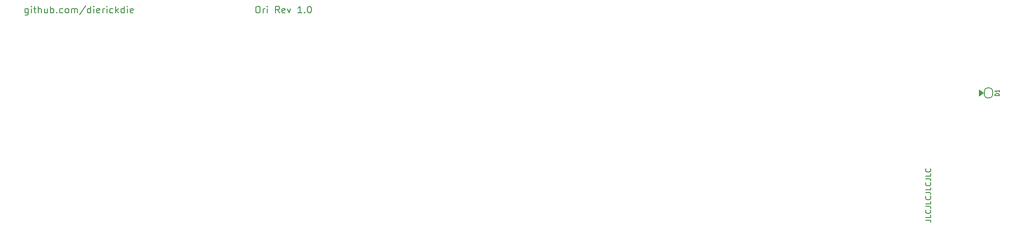
<source format=gbr>
G04 #@! TF.GenerationSoftware,KiCad,Pcbnew,(5.1.10-1-10_14)*
G04 #@! TF.CreationDate,2021-08-09T18:52:42-05:00*
G04 #@! TF.ProjectId,ori_bottom_plate,6f72695f-626f-4747-946f-6d5f706c6174,rev?*
G04 #@! TF.SameCoordinates,Original*
G04 #@! TF.FileFunction,Legend,Top*
G04 #@! TF.FilePolarity,Positive*
%FSLAX46Y46*%
G04 Gerber Fmt 4.6, Leading zero omitted, Abs format (unit mm)*
G04 Created by KiCad (PCBNEW (5.1.10-1-10_14)) date 2021-08-09 18:52:42*
%MOMM*%
%LPD*%
G01*
G04 APERTURE LIST*
%ADD10C,0.150000*%
%ADD11C,0.200000*%
%ADD12C,0.100000*%
G04 APERTURE END LIST*
D10*
X379288374Y-83187967D02*
X380002660Y-83187967D01*
X380145517Y-83235586D01*
X380240755Y-83330824D01*
X380288374Y-83473681D01*
X380288374Y-83568920D01*
X380288374Y-82235586D02*
X380288374Y-82711777D01*
X379288374Y-82711777D01*
X380193136Y-81330824D02*
X380240755Y-81378443D01*
X380288374Y-81521300D01*
X380288374Y-81616539D01*
X380240755Y-81759396D01*
X380145517Y-81854634D01*
X380050279Y-81902253D01*
X379859803Y-81949872D01*
X379716946Y-81949872D01*
X379526470Y-81902253D01*
X379431232Y-81854634D01*
X379335994Y-81759396D01*
X379288374Y-81616539D01*
X379288374Y-81521300D01*
X379335994Y-81378443D01*
X379383613Y-81330824D01*
X379288374Y-80616539D02*
X380002660Y-80616539D01*
X380145517Y-80664158D01*
X380240755Y-80759396D01*
X380288374Y-80902253D01*
X380288374Y-80997491D01*
X380288374Y-79664158D02*
X380288374Y-80140348D01*
X379288374Y-80140348D01*
X380193136Y-78759396D02*
X380240755Y-78807015D01*
X380288374Y-78949872D01*
X380288374Y-79045110D01*
X380240755Y-79187967D01*
X380145517Y-79283205D01*
X380050279Y-79330824D01*
X379859803Y-79378443D01*
X379716946Y-79378443D01*
X379526470Y-79330824D01*
X379431232Y-79283205D01*
X379335994Y-79187967D01*
X379288374Y-79045110D01*
X379288374Y-78949872D01*
X379335994Y-78807015D01*
X379383613Y-78759396D01*
X379288374Y-78045110D02*
X380002660Y-78045110D01*
X380145517Y-78092729D01*
X380240755Y-78187967D01*
X380288374Y-78330824D01*
X380288374Y-78426062D01*
X380288374Y-77092729D02*
X380288374Y-77568920D01*
X379288374Y-77568920D01*
X380193136Y-76187967D02*
X380240755Y-76235586D01*
X380288374Y-76378443D01*
X380288374Y-76473681D01*
X380240755Y-76616539D01*
X380145517Y-76711777D01*
X380050279Y-76759396D01*
X379859803Y-76807015D01*
X379716946Y-76807015D01*
X379526470Y-76759396D01*
X379431232Y-76711777D01*
X379335994Y-76616539D01*
X379288374Y-76473681D01*
X379288374Y-76378443D01*
X379335994Y-76235586D01*
X379383613Y-76187967D01*
X379288374Y-75473681D02*
X380002660Y-75473681D01*
X380145517Y-75521300D01*
X380240755Y-75616539D01*
X380288374Y-75759396D01*
X380288374Y-75854634D01*
X380288374Y-74521300D02*
X380288374Y-74997491D01*
X379288374Y-74997491D01*
X380193136Y-73616539D02*
X380240755Y-73664158D01*
X380288374Y-73807015D01*
X380288374Y-73902253D01*
X380240755Y-74045110D01*
X380145517Y-74140348D01*
X380050279Y-74187967D01*
X379859803Y-74235586D01*
X379716946Y-74235586D01*
X379526470Y-74187967D01*
X379431232Y-74140348D01*
X379335994Y-74045110D01*
X379288374Y-73902253D01*
X379288374Y-73807015D01*
X379335994Y-73664158D01*
X379383613Y-73616539D01*
D11*
X212425368Y-43812026D02*
X212425368Y-44823931D01*
X212365844Y-44942979D01*
X212306320Y-45002503D01*
X212187273Y-45062026D01*
X212008701Y-45062026D01*
X211889654Y-45002503D01*
X212425368Y-44585836D02*
X212306320Y-44645360D01*
X212068225Y-44645360D01*
X211949177Y-44585836D01*
X211889654Y-44526312D01*
X211830130Y-44407264D01*
X211830130Y-44050122D01*
X211889654Y-43931074D01*
X211949177Y-43871550D01*
X212068225Y-43812026D01*
X212306320Y-43812026D01*
X212425368Y-43871550D01*
X213020606Y-44645360D02*
X213020606Y-43812026D01*
X213020606Y-43395360D02*
X212961082Y-43454884D01*
X213020606Y-43514407D01*
X213080130Y-43454884D01*
X213020606Y-43395360D01*
X213020606Y-43514407D01*
X213437273Y-43812026D02*
X213913463Y-43812026D01*
X213615844Y-43395360D02*
X213615844Y-44466788D01*
X213675368Y-44585836D01*
X213794416Y-44645360D01*
X213913463Y-44645360D01*
X214330130Y-44645360D02*
X214330130Y-43395360D01*
X214865844Y-44645360D02*
X214865844Y-43990598D01*
X214806320Y-43871550D01*
X214687273Y-43812026D01*
X214508701Y-43812026D01*
X214389654Y-43871550D01*
X214330130Y-43931074D01*
X215996796Y-43812026D02*
X215996796Y-44645360D01*
X215461082Y-43812026D02*
X215461082Y-44466788D01*
X215520606Y-44585836D01*
X215639654Y-44645360D01*
X215818225Y-44645360D01*
X215937273Y-44585836D01*
X215996796Y-44526312D01*
X216592035Y-44645360D02*
X216592035Y-43395360D01*
X216592035Y-43871550D02*
X216711082Y-43812026D01*
X216949177Y-43812026D01*
X217068225Y-43871550D01*
X217127749Y-43931074D01*
X217187273Y-44050122D01*
X217187273Y-44407264D01*
X217127749Y-44526312D01*
X217068225Y-44585836D01*
X216949177Y-44645360D01*
X216711082Y-44645360D01*
X216592035Y-44585836D01*
X217722987Y-44526312D02*
X217782511Y-44585836D01*
X217722987Y-44645360D01*
X217663463Y-44585836D01*
X217722987Y-44526312D01*
X217722987Y-44645360D01*
X218853939Y-44585836D02*
X218734892Y-44645360D01*
X218496796Y-44645360D01*
X218377749Y-44585836D01*
X218318225Y-44526312D01*
X218258701Y-44407264D01*
X218258701Y-44050122D01*
X218318225Y-43931074D01*
X218377749Y-43871550D01*
X218496796Y-43812026D01*
X218734892Y-43812026D01*
X218853939Y-43871550D01*
X219568225Y-44645360D02*
X219449177Y-44585836D01*
X219389654Y-44526312D01*
X219330130Y-44407264D01*
X219330130Y-44050122D01*
X219389654Y-43931074D01*
X219449177Y-43871550D01*
X219568225Y-43812026D01*
X219746796Y-43812026D01*
X219865844Y-43871550D01*
X219925368Y-43931074D01*
X219984892Y-44050122D01*
X219984892Y-44407264D01*
X219925368Y-44526312D01*
X219865844Y-44585836D01*
X219746796Y-44645360D01*
X219568225Y-44645360D01*
X220520606Y-44645360D02*
X220520606Y-43812026D01*
X220520606Y-43931074D02*
X220580130Y-43871550D01*
X220699177Y-43812026D01*
X220877749Y-43812026D01*
X220996796Y-43871550D01*
X221056320Y-43990598D01*
X221056320Y-44645360D01*
X221056320Y-43990598D02*
X221115844Y-43871550D01*
X221234892Y-43812026D01*
X221413463Y-43812026D01*
X221532511Y-43871550D01*
X221592035Y-43990598D01*
X221592035Y-44645360D01*
X223080130Y-43335836D02*
X222008701Y-44942979D01*
X224032511Y-44645360D02*
X224032511Y-43395360D01*
X224032511Y-44585836D02*
X223913463Y-44645360D01*
X223675368Y-44645360D01*
X223556320Y-44585836D01*
X223496796Y-44526312D01*
X223437273Y-44407264D01*
X223437273Y-44050122D01*
X223496796Y-43931074D01*
X223556320Y-43871550D01*
X223675368Y-43812026D01*
X223913463Y-43812026D01*
X224032511Y-43871550D01*
X224627749Y-44645360D02*
X224627749Y-43812026D01*
X224627749Y-43395360D02*
X224568225Y-43454884D01*
X224627749Y-43514407D01*
X224687273Y-43454884D01*
X224627749Y-43395360D01*
X224627749Y-43514407D01*
X225699177Y-44585836D02*
X225580130Y-44645360D01*
X225342035Y-44645360D01*
X225222987Y-44585836D01*
X225163463Y-44466788D01*
X225163463Y-43990598D01*
X225222987Y-43871550D01*
X225342035Y-43812026D01*
X225580130Y-43812026D01*
X225699177Y-43871550D01*
X225758701Y-43990598D01*
X225758701Y-44109645D01*
X225163463Y-44228693D01*
X226294416Y-44645360D02*
X226294416Y-43812026D01*
X226294416Y-44050122D02*
X226353939Y-43931074D01*
X226413463Y-43871550D01*
X226532511Y-43812026D01*
X226651558Y-43812026D01*
X227068225Y-44645360D02*
X227068225Y-43812026D01*
X227068225Y-43395360D02*
X227008701Y-43454884D01*
X227068225Y-43514407D01*
X227127749Y-43454884D01*
X227068225Y-43395360D01*
X227068225Y-43514407D01*
X228199177Y-44585836D02*
X228080130Y-44645360D01*
X227842035Y-44645360D01*
X227722987Y-44585836D01*
X227663463Y-44526312D01*
X227603939Y-44407264D01*
X227603939Y-44050122D01*
X227663463Y-43931074D01*
X227722987Y-43871550D01*
X227842035Y-43812026D01*
X228080130Y-43812026D01*
X228199177Y-43871550D01*
X228734892Y-44645360D02*
X228734892Y-43395360D01*
X228853939Y-44169169D02*
X229211082Y-44645360D01*
X229211082Y-43812026D02*
X228734892Y-44288217D01*
X230282511Y-44645360D02*
X230282511Y-43395360D01*
X230282511Y-44585836D02*
X230163463Y-44645360D01*
X229925368Y-44645360D01*
X229806320Y-44585836D01*
X229746796Y-44526312D01*
X229687273Y-44407264D01*
X229687273Y-44050122D01*
X229746796Y-43931074D01*
X229806320Y-43871550D01*
X229925368Y-43812026D01*
X230163463Y-43812026D01*
X230282511Y-43871550D01*
X230877749Y-44645360D02*
X230877749Y-43812026D01*
X230877749Y-43395360D02*
X230818225Y-43454884D01*
X230877749Y-43514407D01*
X230937273Y-43454884D01*
X230877749Y-43395360D01*
X230877749Y-43514407D01*
X231949177Y-44585836D02*
X231830130Y-44645360D01*
X231592035Y-44645360D01*
X231472987Y-44585836D01*
X231413463Y-44466788D01*
X231413463Y-43990598D01*
X231472987Y-43871550D01*
X231592035Y-43812026D01*
X231830130Y-43812026D01*
X231949177Y-43871550D01*
X232008701Y-43990598D01*
X232008701Y-44109645D01*
X231413463Y-44228693D01*
X255038363Y-43395360D02*
X255276458Y-43395360D01*
X255395506Y-43454884D01*
X255514554Y-43573931D01*
X255574077Y-43812026D01*
X255574077Y-44228693D01*
X255514554Y-44466788D01*
X255395506Y-44585836D01*
X255276458Y-44645360D01*
X255038363Y-44645360D01*
X254919316Y-44585836D01*
X254800268Y-44466788D01*
X254740744Y-44228693D01*
X254740744Y-43812026D01*
X254800268Y-43573931D01*
X254919316Y-43454884D01*
X255038363Y-43395360D01*
X256109792Y-44645360D02*
X256109792Y-43812026D01*
X256109792Y-44050122D02*
X256169316Y-43931074D01*
X256228839Y-43871550D01*
X256347887Y-43812026D01*
X256466935Y-43812026D01*
X256883601Y-44645360D02*
X256883601Y-43812026D01*
X256883601Y-43395360D02*
X256824077Y-43454884D01*
X256883601Y-43514407D01*
X256943125Y-43454884D01*
X256883601Y-43395360D01*
X256883601Y-43514407D01*
X259145506Y-44645360D02*
X258728839Y-44050122D01*
X258431220Y-44645360D02*
X258431220Y-43395360D01*
X258907411Y-43395360D01*
X259026458Y-43454884D01*
X259085982Y-43514407D01*
X259145506Y-43633455D01*
X259145506Y-43812026D01*
X259085982Y-43931074D01*
X259026458Y-43990598D01*
X258907411Y-44050122D01*
X258431220Y-44050122D01*
X260157411Y-44585836D02*
X260038363Y-44645360D01*
X259800268Y-44645360D01*
X259681220Y-44585836D01*
X259621696Y-44466788D01*
X259621696Y-43990598D01*
X259681220Y-43871550D01*
X259800268Y-43812026D01*
X260038363Y-43812026D01*
X260157411Y-43871550D01*
X260216935Y-43990598D01*
X260216935Y-44109645D01*
X259621696Y-44228693D01*
X260633601Y-43812026D02*
X260931220Y-44645360D01*
X261228839Y-43812026D01*
X263312173Y-44645360D02*
X262597887Y-44645360D01*
X262955030Y-44645360D02*
X262955030Y-43395360D01*
X262835982Y-43573931D01*
X262716935Y-43692979D01*
X262597887Y-43752503D01*
X263847887Y-44526312D02*
X263907411Y-44585836D01*
X263847887Y-44645360D01*
X263788363Y-44585836D01*
X263847887Y-44526312D01*
X263847887Y-44645360D01*
X264681220Y-43395360D02*
X264800268Y-43395360D01*
X264919316Y-43454884D01*
X264978839Y-43514407D01*
X265038363Y-43633455D01*
X265097887Y-43871550D01*
X265097887Y-44169169D01*
X265038363Y-44407264D01*
X264978839Y-44526312D01*
X264919316Y-44585836D01*
X264800268Y-44645360D01*
X264681220Y-44645360D01*
X264562173Y-44585836D01*
X264502649Y-44526312D01*
X264443125Y-44407264D01*
X264383601Y-44169169D01*
X264383601Y-43871550D01*
X264443125Y-43633455D01*
X264502649Y-43514407D01*
X264562173Y-43454884D01*
X264681220Y-43395360D01*
D12*
G36*
X390047170Y-59518840D02*
G01*
X389247170Y-60118840D01*
X389247170Y-58918840D01*
X390047170Y-59518840D01*
G37*
X390047170Y-59518840D02*
X389247170Y-60118840D01*
X389247170Y-58918840D01*
X390047170Y-59518840D01*
D11*
X390761408Y-58618840D02*
X391261370Y-58618840D01*
X391761370Y-59918840D02*
X391761370Y-59118840D01*
X391261332Y-60418840D02*
X390761370Y-60418840D01*
X390261370Y-59918840D02*
X390261370Y-59118840D01*
X390261370Y-59118840D02*
G75*
G02*
X390761370Y-58618840I500000J0D01*
G01*
X391261370Y-58618840D02*
G75*
G02*
X391761370Y-59118840I0J-500000D01*
G01*
X391761370Y-59918840D02*
G75*
G02*
X391261370Y-60418840I-500000J0D01*
G01*
X390761370Y-60418840D02*
G75*
G02*
X390261370Y-59918840I0J500000D01*
G01*
D10*
X393025274Y-60035506D02*
X392225274Y-60035506D01*
X392225274Y-59868840D01*
X392263370Y-59768840D01*
X392339560Y-59702173D01*
X392415750Y-59668840D01*
X392568131Y-59635506D01*
X392682417Y-59635506D01*
X392834798Y-59668840D01*
X392910989Y-59702173D01*
X392987179Y-59768840D01*
X393025274Y-59868840D01*
X393025274Y-60035506D01*
X393025274Y-58968840D02*
X393025274Y-59368840D01*
X393025274Y-59168840D02*
X392225274Y-59168840D01*
X392339560Y-59235506D01*
X392415750Y-59302173D01*
X392453846Y-59368840D01*
M02*

</source>
